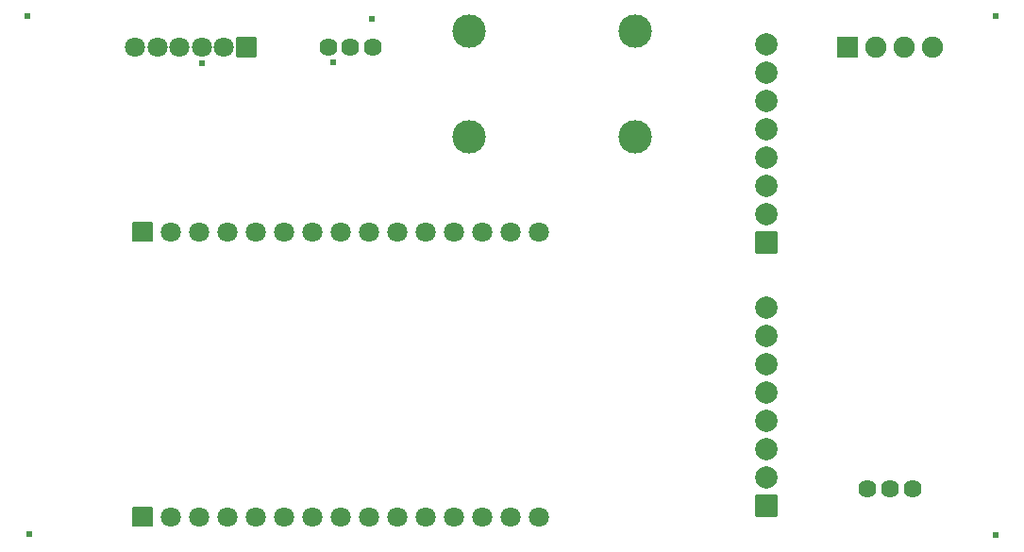
<source format=gts>
G04 Layer: TopSolderMaskLayer*
G04 EasyEDA Pro v2.2.34.8, 2025-02-09 20:03:56*
G04 Gerber Generator version 0.3*
G04 Scale: 100 percent, Rotated: No, Reflected: No*
G04 Dimensions in millimeters*
G04 Leading zeros omitted, absolute positions, 4 integers and 5 decimals*
%FSLAX45Y45*%
%MOMM*%
%AMRoundRect*1,1,$1,$2,$3*1,1,$1,$4,$5*1,1,$1,0-$2,0-$3*1,1,$1,0-$4,0-$5*20,1,$1,$2,$3,$4,$5,0*20,1,$1,$4,$5,0-$2,0-$3,0*20,1,$1,0-$2,0-$3,0-$4,0-$5,0*20,1,$1,0-$4,0-$5,$2,$3,0*4,1,4,$2,$3,$4,$5,0-$2,0-$3,0-$4,0-$5,$2,$3,0*%
%ADD10C,1.8032*%
%ADD11RoundRect,0.18236X-0.81042X0.79782X0.81042X0.79782*%
%ADD12C,3.00319*%
%ADD13RoundRect,0.18449X-0.90936X-0.90936X-0.90936X0.90936*%
%ADD14C,2.0032*%
%ADD15RoundRect,0.1836X-0.8598X0.8598X0.8598X0.8598*%
%ADD16C,1.9032*%
%ADD17C,1.62403*%
%ADD18RoundRect,0.18262X-0.81029X0.81029X0.81029X0.81029*%
%ADD19C,0.61*%
G75*


G04 Pad Start*
G54D10*
G01X4749800Y2882900D03*
G01X4495800Y2882900D03*
G01X4241800Y2882900D03*
G01X3987800Y2882900D03*
G01X3733800Y2882900D03*
G01X3479800Y2882900D03*
G01X3225800Y2882900D03*
G01X2971800Y2882900D03*
G01X2717800Y2882900D03*
G01X2463800Y2882900D03*
G01X2209800Y2882900D03*
G01X1955800Y2882900D03*
G01X1701800Y2882900D03*
G01X1447800Y2882900D03*
G54D11*
G01X1193800Y2882900D03*
G54D10*
G01X4749800Y330200D03*
G01X4495800Y330200D03*
G01X4241800Y330200D03*
G01X3987800Y330200D03*
G01X3733800Y330200D03*
G01X3479800Y330200D03*
G01X3225800Y330200D03*
G01X2971800Y330200D03*
G01X2717800Y330200D03*
G01X2463800Y330200D03*
G01X2209800Y330200D03*
G01X1955800Y330200D03*
G01X1701800Y330200D03*
G01X1447800Y330200D03*
G54D11*
G01X1193800Y330200D03*
G54D12*
G01X5613400Y3741400D03*
G01X5613400Y4691410D03*
G54D13*
G01X6794500Y2794000D03*
G54D14*
G01X6794500Y3048000D03*
G01X6794500Y3302000D03*
G01X6794500Y3556000D03*
G01X6794500Y3810000D03*
G01X6794500Y4064000D03*
G01X6794500Y4318000D03*
G01X6794500Y4572000D03*
G54D13*
G01X6794500Y431800D03*
G54D14*
G01X6794500Y685800D03*
G01X6794500Y939800D03*
G01X6794500Y1193800D03*
G01X6794500Y1447800D03*
G01X6794500Y1701800D03*
G01X6794500Y1955800D03*
G01X6794500Y2209800D03*
G54D15*
G01X7518400Y4546600D03*
G54D16*
G01X7772400Y4546600D03*
G01X8026400Y4546600D03*
G01X8280400Y4546600D03*
G54D17*
G01X3260700Y4546600D03*
G01X3060700Y4546600D03*
G01X2860700Y4546600D03*
G54D10*
G01X1125601Y4546600D03*
G01X1325601Y4546600D03*
G01X1525600Y4546600D03*
G01X1725600Y4546600D03*
G01X1925599Y4546600D03*
G54D18*
G01X2125599Y4546600D03*
G54D17*
G01X8099400Y584200D03*
G01X7899400Y584200D03*
G01X7699400Y584200D03*
G54D12*
G01X4127500Y3741400D03*
G01X4127500Y4691410D03*
G04 Pad End*

G04 Via Start*
G54D19*
G01X1726762Y4406118D03*
G01X2901010Y4408004D03*
G01X3249926Y4803756D03*
G01X8851900Y165100D03*
G01X8851900Y4826000D03*
G01X177800Y177800D03*
G01X165100Y4826000D03*
G04 Via End*

M02*


</source>
